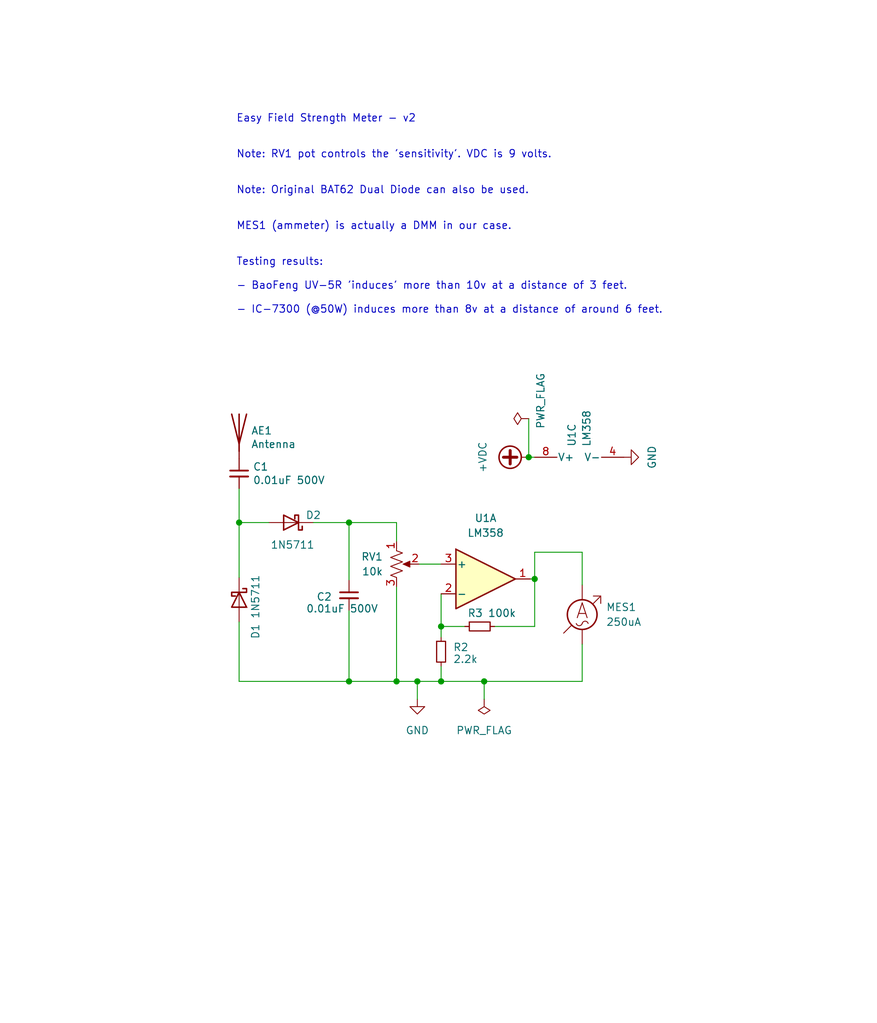
<source format=kicad_sch>
(kicad_sch (version 20211123) (generator eeschema)
  (paper "User" 150.012 175.006)
  (title_block (title "Easy Field Strength Meter - v2") (date "2022-01-11"))
  (lib_symbols
    (symbol "Amplifier_Operational:LM358" (pin_names (offset 0.127))
      (property "Reference" "U" (at 0 5.08 0))
      (property "Value" "LM358" (at 0 -5.08 0))
      (symbol "LM358_1_1"
        (polyline (pts (xy -5.08 5.08) (xy 5.08 0) (xy -5.08 -5.08) (xy -5.08 5.08)) (stroke (width 0.254)) (fill (type background)))
        (pin output line (at 7.62 0 180) (length 2.54) (name "~") (number "1"))
        (pin input line (at -7.62 -2.54 0) (length 2.54) (name "-") (number "2"))
        (pin input line (at -7.62 2.54 0) (length 2.54) (name "+") (number "3"))
      )
      (symbol "LM358_2_1"
        (polyline (pts (xy -5.08 5.08) (xy 5.08 0) (xy -5.08 -5.08) (xy -5.08 5.08)) (stroke (width 0.254)) (fill (type background)))
        (pin input line (at -7.62 2.54 0) (length 2.54) (name "+") (number "5"))
        (pin input line (at -7.62 -2.54 0) (length 2.54) (name "-") (number "6"))
        (pin output line (at 7.62 0 180) (length 2.54) (name "~") (number "7"))
      )
      (symbol "LM358_3_1"
        (pin power_in line (at -2.54 -7.62 90) (length 3.81) (name "V-") (number "4"))
        (pin power_in line (at -2.54 7.62 270) (length 3.81) (name "V+") (number "8"))
      )
    )
    (symbol "Device:Ammeter_AC" (pin_numbers hide) (pin_names (offset 0.0254) hide)
      (property "Reference" "MES" (at -3.302 1.016 0))
      (property "Value" "Ammeter_AC" (at -3.302 -0.762 0))
      (symbol "Ammeter_AC_0_0"
        (polyline (pts (xy -3.175 -3.175) (xy -1.905 -1.905)))
        (polyline (pts (xy 1.905 1.905) (xy 3.175 3.175)))
        (polyline (pts (xy 1.905 3.175) (xy 3.175 3.175) (xy 3.175 1.905)))
        (text "A" (at 0 0.635 0) (effects (font (size 2.54 2.54))))
      )
      (symbol "Ammeter_AC_0_1"
        (arc (start -1.016 -1.524) (mid -0.508 -1.902) (end 0 -1.524))
        (circle (center 0 0) (radius 2.54) (stroke (width 0.254)))
        (arc (start 1.016 -1.524) (mid 0.508 -1.1274) (end 0 -1.524))
      )
      (symbol "Ammeter_AC_1_1"
        (pin passive line (at 0 -5.08 90) (length 2.54) (name "~") (number "1"))
        (pin passive line (at 0 5.08 270) (length 2.54) (name "~") (number "2"))
      )
    )
    (symbol "Device:Antenna" (pin_numbers hide) (pin_names (offset 1.016) hide)
      (property "Reference" "AE" (at -1.905 1.905 0))
      (property "Value" "Antenna" (at -1.905 0 0))
      (symbol "Antenna_0_1"
        (polyline (pts (xy 0 2.54) (xy 0 -3.81)) (stroke (width 0.254)))
        (polyline (pts (xy 1.27 2.54) (xy 0 -2.54) (xy -1.27 2.54)) (stroke (width 0.254)))
      )
      (symbol "Antenna_1_1"
        (pin input line (at 0 -5.08 90) (length 2.54) (name "A") (number "1"))
      )
    )
    (symbol "Device:C_Small" (pin_numbers hide) (pin_names (offset 0.254) hide)
      (property "Reference" "C" (at 0.254 1.778 0))
      (property "Value" "C_Small" (at 0.254 -2.032 0))
      (symbol "C_Small_0_1"
        (polyline (pts (xy -1.524 -0.508) (xy 1.524 -0.508)) (stroke (width 0.3302)))
        (polyline (pts (xy -1.524 0.508) (xy 1.524 0.508)) (stroke (width 0.3048)))
      )
      (symbol "C_Small_1_1"
        (pin passive line (at 0 2.54 270) (length 2.032) (name "~") (number "1"))
        (pin passive line (at 0 -2.54 90) (length 2.032) (name "~") (number "2"))
      )
    )
    (symbol "Device:R_Potentiometer_US" (pin_names (offset 1.016) hide)
      (property "Reference" "RV" (at -4.445 0 90))
      (property "Value" "R_Potentiometer_US" (at -2.54 0 90))
      (symbol "R_Potentiometer_US_0_1"
        (polyline (pts (xy 0 -2.286) (xy 0 -2.54)))
        (polyline (pts (xy 0 2.54) (xy 0 2.286)))
        (polyline (pts (xy 2.54 0) (xy 1.524 0)))
        (polyline (pts (xy 1.143 0) (xy 2.286 0.508) (xy 2.286 -0.508) (xy 1.143 0)) (fill (type outline)))
        (polyline (pts (xy 0 -0.762) (xy 1.016 -1.143) (xy 0 -1.524) (xy -1.016 -1.905) (xy 0 -2.286)))
        (polyline (pts (xy 0 0.762) (xy 1.016 0.381) (xy 0 0) (xy -1.016 -0.381) (xy 0 -0.762)))
        (polyline (pts (xy 0 2.286) (xy 1.016 1.905) (xy 0 1.524) (xy -1.016 1.143) (xy 0 0.762)))
      )
      (symbol "R_Potentiometer_US_1_1"
        (pin passive line (at 0 3.81 270) (length 1.27) (name "1") (number "1"))
        (pin passive line (at 3.81 0 180) (length 1.27) (name "2") (number "2"))
        (pin passive line (at 0 -3.81 90) (length 1.27) (name "3") (number "3"))
      )
    )
    (symbol "Device:R_Small" (pin_numbers hide) (pin_names (offset 0.254) hide)
      (property "Reference" "R" (at 0.762 0.508 0))
      (property "Value" "R_Small" (at 0.762 -1.016 0))
      (symbol "R_Small_0_1"
        (rectangle (start -0.762 1.778) (end 0.762 -1.778) (stroke (width 0.2032)))
      )
      (symbol "R_Small_1_1"
        (pin passive line (at 0 2.54 270) (length 0.762) (name "~") (number "1"))
        (pin passive line (at 0 -2.54 90) (length 0.762) (name "~") (number "2"))
      )
    )
    (symbol "Diode:1N5711" (pin_numbers hide) (pin_names (offset 1.016) hide)
      (property "Reference" "D" (at 0 2.54 0))
      (property "Value" "1N5711" (at 0 -2.54 0))
      (symbol "1N5711_0_1"
        (polyline (pts (xy 1.27 0) (xy -1.27 0)))
        (polyline (pts (xy 1.27 1.27) (xy 1.27 -1.27) (xy -1.27 0) (xy 1.27 1.27)) (stroke (width 0.254)))
        (polyline (pts (xy -1.905 0.635) (xy -1.905 1.27) (xy -1.27 1.27) (xy -1.27 -1.27) (xy -0.635 -1.27) (xy -0.635 -0.635)) (stroke (width 0.254)))
      )
      (symbol "1N5711_1_1"
        (pin passive line (at -3.81 0 0) (length 2.54) (name "K") (number "1"))
        (pin passive line (at 3.81 0 180) (length 2.54) (name "A") (number "2"))
      )
    )
    (symbol "power:+VDC" (power) (pin_names (offset 0))
      (property "Value" "+VDC" (at 0 6.35 0))
      (symbol "+VDC_0_1"
        (polyline (pts (xy -1.143 3.175) (xy 1.143 3.175)) (stroke (width 0.508)))
        (polyline (pts (xy 0 0) (xy 0 1.27)))
        (polyline (pts (xy 0 2.032) (xy 0 4.318)) (stroke (width 0.508)))
        (circle (center 0 3.175) (radius 1.905) (stroke (width 0.254)))
      )
      (symbol "+VDC_1_1"
        (pin power_in line (at 0 0 90) (length 0) hide (name "+VDC") (number "1"))
      )
    )
    (symbol "power:GND" (power) (pin_names (offset 0))
      (property "Value" "GND" (at 0 -3.81 0))
      (symbol "GND_0_1"
        (polyline (pts (xy 0 0) (xy 0 -1.27) (xy 1.27 -1.27) (xy 0 -2.54) (xy -1.27 -1.27) (xy 0 -1.27)))
      )
      (symbol "GND_1_1"
        (pin power_in line (at 0 0 270) (length 0) hide (name "GND") (number "1"))
      )
    )
    (symbol "power:PWR_FLAG" (power) (pin_numbers hide) (pin_names (offset 0) hide)
      (property "Value" "PWR_FLAG" (at 0 3.81 0))
      (symbol "PWR_FLAG_0_0"
        (pin power_out line (at 0 0 90) (length 0) (name "pwr") (number "1"))
      )
      (symbol "PWR_FLAG_0_1"
        (polyline (pts (xy 0 0) (xy 0 1.27) (xy -1.016 1.905) (xy 0 2.54) (xy 1.016 1.905) (xy 0 1.27)))
      )
    )
  )
  (junction (at 90.424 78.232))
  (junction (at 59.69 116.586))
  (junction (at 59.69 89.408))
  (junction (at 82.804 116.586))
  (junction (at 75.438 116.586))
  (junction (at 71.374 116.586))
  (junction (at 91.44 99.06))
  (junction (at 67.818 116.586))
  (junction (at 75.438 107.188))
  (junction (at 40.894 89.408))
  (wire (pts (xy 75.438 114.046) (xy 75.438 116.586)))
  (wire (pts (xy 59.69 104.394) (xy 59.69 116.586)))
  (wire (pts (xy 75.438 116.586) (xy 82.804 116.586)))
  (wire (pts (xy 90.424 78.232) (xy 90.424 71.628)))
  (wire (pts (xy 59.69 89.408) (xy 59.69 99.314)))
  (wire (pts (xy 90.678 99.06) (xy 91.44 99.06)))
  (wire (pts (xy 99.568 94.488) (xy 99.568 100.076)))
  (wire (pts (xy 90.424 78.232) (xy 91.44 78.232)))
  (wire (pts (xy 99.568 110.236) (xy 99.568 116.586)))
  (wire (pts (xy 71.374 116.586) (xy 75.438 116.586)))
  (wire (pts (xy 91.44 94.488) (xy 99.568 94.488)))
  (wire (pts (xy 75.438 101.6) (xy 75.438 107.188)))
  (wire (pts (xy 59.69 89.408) (xy 53.594 89.408)))
  (wire (pts (xy 67.818 89.408) (xy 67.818 92.71)))
  (wire (pts (xy 91.44 99.06) (xy 91.44 107.188)))
  (wire (pts (xy 75.438 107.188) (xy 75.438 108.966)))
  (wire (pts (xy 40.894 89.408) (xy 40.894 98.806)))
  (wire (pts (xy 40.894 116.586) (xy 59.69 116.586)))
  (wire (pts (xy 40.894 89.408) (xy 45.974 89.408)))
  (wire (pts (xy 67.818 116.586) (xy 71.374 116.586)))
  (wire (pts (xy 71.374 116.586) (xy 71.374 119.634)))
  (wire (pts (xy 67.818 100.33) (xy 67.818 116.586)))
  (wire (pts (xy 40.894 106.426) (xy 40.894 116.586)))
  (wire (pts (xy 40.894 83.566) (xy 40.894 89.408)))
  (wire (pts (xy 82.804 116.586) (xy 82.804 119.634)))
  (wire (pts (xy 84.582 107.188) (xy 91.44 107.188)))
  (wire (pts (xy 91.44 94.488) (xy 91.44 99.06)))
  (wire (pts (xy 59.69 116.586) (xy 67.818 116.586)))
  (wire (pts (xy 75.438 107.188) (xy 79.502 107.188)))
  (wire (pts (xy 71.628 96.52) (xy 75.438 96.52)))
  (wire (pts (xy 59.69 89.408) (xy 67.818 89.408)))
  (wire (pts (xy 82.804 116.586) (xy 99.568 116.586)))
  (text "Easy Field Strength Meter - v2\n\n\nNote: RV1 pot controls the 'sensitivity'. VDC is 9 volts.\n\n\nNote: Original BAT62 Dual Diode can also be used.\n\n\nMES1 (ammeter) is actually a DMM in our case.\n\n\nTesting results: \n\n- BaoFeng UV-5R 'induces' more than 10v at a distance of 3 feet.\n\n- IC-7300 (@50W) induces more than 8v at a distance of around 6 feet.\n\n" (at 40.386 55.88 0) (effects (font (size 1.27 1.27)) (justify left bottom)))
  (symbol (lib_id "Diode:1N5711") (at 49.784 89.408 180) (unit 1)
    (property "Reference" "D2" (at 53.594 88.138 0))
    (property "Value" "1N5711" (at 50.038 93.218 0))
    (property "Footprint" "Diode_THT:D_DO-35_SOD27_P7.62mm_Horizontal" (effects hide))
    (property "Datasheet" "https://www.microsemi.com/document-portal/doc_download/8865-lds-0040-datasheet" (effects hide))
  )
  (symbol (lib_id "Diode:1N5711") (at 40.894 102.616 270) (unit 1)
    (property "Reference" "D1" (at 43.688 106.68 0) (effects (justify left)))
    (property "Value" "1N5711" (at 43.688 98.298 0) (effects (justify left)))
    (property "Footprint" "Diode_THT:D_DO-35_SOD27_P7.62mm_Horizontal" (effects hide))
    (property "Datasheet" "https://www.microsemi.com/document-portal/doc_download/8865-lds-0040-datasheet" (effects hide))
  )
  (symbol (lib_id "Device:C_Small") (at 59.69 101.854 0) (unit 1)
    (property "Reference" "C2" (at 54.102 102.108 0) (effects (justify left)))
    (property "Value" "0.01uF 500V" (at 52.324 104.14 0) (effects (justify left)))
  )
  (symbol (lib_id "Device:C_Small") (at 40.894 81.026 0) (unit 1)
    (property "Reference" "C1" (at 43.2308 79.8576 0) (effects (justify left)))
    (property "Value" "0.01uF 500V" (at 43.2308 82.169 0) (effects (justify left)))
  )
  (symbol (lib_id "Device:Antenna") (at 40.894 73.406 0) (unit 1)
    (property "Reference" "AE1" (at 42.926 73.6854 0) (effects (justify left)))
    (property "Value" "Antenna" (at 42.926 75.9968 0) (effects (justify left)))
  )
  (symbol (lib_id "Device:R_Potentiometer_US") (at 67.818 96.52 0) (unit 1)
    (property "Reference" "RV1" (at 65.532 95.2499 0) (effects (justify right)))
    (property "Value" "10k" (at 65.532 97.7899 0) (effects (justify right)))
  )
  (symbol (lib_id "power:GND") (at 71.374 119.634 0) (unit 1)
    (property "Reference" "#PWR01" (effects hide))
    (property "Value" "GND" (at 71.374 124.968 0))
  )
  (symbol (lib_id "Device:R_Small") (at 82.042 107.188 90) (unit 1)
    (property "Reference" "R3" (at 81.28 104.902 90))
    (property "Value" "100k" (at 85.852 104.902 90))
  )
  (symbol (lib_id "power:GND") (at 106.68 78.232 90) (unit 1)
    (property "Reference" "#PWR0101" (effects hide))
    (property "Value" "GND" (at 111.506 78.232 0))
  )
  (symbol (lib_id "Amplifier_Operational:LM358") (at 99.06 75.692 90) (unit 3)
    (property "Reference" "U1" (at 97.7899 76.454 0) (effects (justify left)))
    (property "Value" "LM358" (at 100.3299 76.454 0) (effects (justify left)))
    (property "Datasheet" "http://www.ti.com/lit/ds/symlink/lm2904-n.pdf" (effects hide))
  )
  (symbol (lib_id "power:+VDC") (at 90.424 78.232 90) (unit 1)
    (property "Reference" "#PWR02" (effects hide))
    (property "Value" "+VDC" (at 82.55 78.232 0))
  )
  (symbol (lib_id "Amplifier_Operational:LM358") (at 83.058 99.06 0) (unit 1)
    (property "Reference" "U1" (at 83.058 88.646 0))
    (property "Value" "LM358" (at 83.058 91.186 0))
    (property "Datasheet" "http://www.ti.com/lit/ds/symlink/lm2904-n.pdf" (effects hide))
  )
  (symbol (lib_id "power:PWR_FLAG") (at 82.804 119.634 180) (unit 1)
    (property "Reference" "#FLG0102" (effects hide))
    (property "Value" "PWR_FLAG" (at 82.804 124.968 0))
  )
  (symbol (lib_id "power:PWR_FLAG") (at 90.424 71.628 90) (unit 1)
    (property "Reference" "#FLG0101" (effects hide))
    (property "Value" "PWR_FLAG" (at 92.456 68.58 0))
  )
  (symbol (lib_id "Device:Ammeter_AC") (at 99.568 105.156 0) (unit 1)
    (property "Reference" "MES1" (at 103.632 103.8859 0) (effects (justify left)))
    (property "Value" "250uA" (at 103.632 106.4259 0) (effects (justify left)))
  )
  (symbol (lib_id "Device:R_Small") (at 75.438 111.506 0) (unit 1)
    (property "Reference" "R2" (at 77.47 110.7439 0) (effects (justify left)))
    (property "Value" "2.2k" (at 77.47 112.7759 0) (effects (justify left)))
  )
)
</source>
